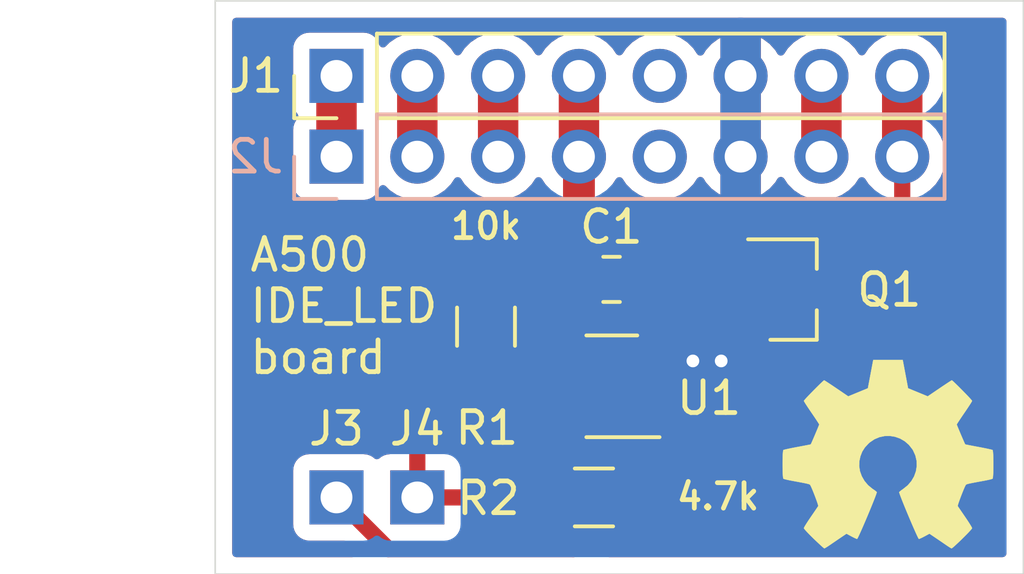
<source format=kicad_pcb>
(kicad_pcb (version 20171130) (host pcbnew "(5.1.6-0)")

  (general
    (thickness 1.6)
    (drawings 7)
    (tracks 45)
    (zones 0)
    (modules 10)
    (nets 14)
  )

  (page A4)
  (layers
    (0 F.Cu signal)
    (31 B.Cu signal)
    (32 B.Adhes user)
    (33 F.Adhes user)
    (34 B.Paste user)
    (35 F.Paste user)
    (36 B.SilkS user)
    (37 F.SilkS user)
    (38 B.Mask user)
    (39 F.Mask user)
    (40 Dwgs.User user)
    (41 Cmts.User user)
    (42 Eco1.User user)
    (43 Eco2.User user)
    (44 Edge.Cuts user)
    (45 Margin user)
    (46 B.CrtYd user)
    (47 F.CrtYd user)
    (48 B.Fab user)
    (49 F.Fab user)
  )

  (setup
    (last_trace_width 0.25)
    (user_trace_width 0.254)
    (user_trace_width 0.381)
    (user_trace_width 0.508)
    (user_trace_width 0.8)
    (user_trace_width 1)
    (user_trace_width 1.27)
    (trace_clearance 0.2)
    (zone_clearance 0.508)
    (zone_45_only no)
    (trace_min 0.2)
    (via_size 0.8)
    (via_drill 0.4)
    (via_min_size 0.4)
    (via_min_drill 0.3)
    (uvia_size 0.3)
    (uvia_drill 0.1)
    (uvias_allowed no)
    (uvia_min_size 0.2)
    (uvia_min_drill 0.1)
    (edge_width 0.05)
    (segment_width 0.2)
    (pcb_text_width 0.3)
    (pcb_text_size 1.5 1.5)
    (mod_edge_width 0.12)
    (mod_text_size 1 1)
    (mod_text_width 0.15)
    (pad_size 1.524 1.524)
    (pad_drill 0.762)
    (pad_to_mask_clearance 0.05)
    (aux_axis_origin 0 0)
    (visible_elements FFFFFF7F)
    (pcbplotparams
      (layerselection 0x010fc_ffffffff)
      (usegerberextensions false)
      (usegerberattributes true)
      (usegerberadvancedattributes true)
      (creategerberjobfile true)
      (excludeedgelayer true)
      (linewidth 0.100000)
      (plotframeref false)
      (viasonmask false)
      (mode 1)
      (useauxorigin false)
      (hpglpennumber 1)
      (hpglpenspeed 20)
      (hpglpendiameter 15.000000)
      (psnegative false)
      (psa4output false)
      (plotreference true)
      (plotvalue true)
      (plotinvisibletext false)
      (padsonsilk false)
      (subtractmaskfromsilk false)
      (outputformat 1)
      (mirror false)
      (drillshape 1)
      (scaleselection 1)
      (outputdirectory ""))
  )

  (net 0 "")
  (net 1 GND)
  (net 2 "Net-(U1-Pad3)")
  (net 3 ACTIVE)
  (net 4 ACTIVE_IN)
  (net 5 VCC)
  (net 6 DRIVE_LED)
  (net 7 PWR_LED)
  (net 8 "Net-(J1-Pad5)")
  (net 9 RESET)
  (net 10 DATA)
  (net 11 CLK)
  (net 12 "Net-(J2-Pad5)")
  (net 13 "Net-(Q1-Pad1)")

  (net_class Default "This is the default net class."
    (clearance 0.2)
    (trace_width 0.25)
    (via_dia 0.8)
    (via_drill 0.4)
    (uvia_dia 0.3)
    (uvia_drill 0.1)
    (add_net ACTIVE)
    (add_net ACTIVE_IN)
    (add_net CLK)
    (add_net DATA)
    (add_net DRIVE_LED)
    (add_net GND)
    (add_net "Net-(J1-Pad5)")
    (add_net "Net-(J2-Pad5)")
    (add_net "Net-(Q1-Pad1)")
    (add_net "Net-(U1-Pad3)")
    (add_net PWR_LED)
    (add_net RESET)
    (add_net VCC)
  )

  (module Symbol:OSHW-Symbol_6.7x6mm_SilkScreen (layer F.Cu) (tedit 0) (tstamp 6229A966)
    (at 140.5128 101.1428)
    (descr "Open Source Hardware Symbol")
    (tags "Logo Symbol OSHW")
    (attr virtual)
    (fp_text reference REF** (at 0 0) (layer F.SilkS) hide
      (effects (font (size 1 1) (thickness 0.15)))
    )
    (fp_text value OSHW-Symbol_6.7x6mm_SilkScreen (at 0.75 0) (layer F.Fab) hide
      (effects (font (size 1 1) (thickness 0.15)))
    )
    (fp_poly (pts (xy 0.555814 -2.531069) (xy 0.639635 -2.086445) (xy 0.94892 -1.958947) (xy 1.258206 -1.831449)
      (xy 1.629246 -2.083754) (xy 1.733157 -2.154004) (xy 1.827087 -2.216728) (xy 1.906652 -2.269062)
      (xy 1.96747 -2.308143) (xy 2.005157 -2.331107) (xy 2.015421 -2.336058) (xy 2.03391 -2.323324)
      (xy 2.07342 -2.288118) (xy 2.129522 -2.234938) (xy 2.197787 -2.168282) (xy 2.273786 -2.092646)
      (xy 2.353092 -2.012528) (xy 2.431275 -1.932426) (xy 2.503907 -1.856836) (xy 2.566559 -1.790255)
      (xy 2.614803 -1.737182) (xy 2.64421 -1.702113) (xy 2.651241 -1.690377) (xy 2.641123 -1.66874)
      (xy 2.612759 -1.621338) (xy 2.569129 -1.552807) (xy 2.513218 -1.467785) (xy 2.448006 -1.370907)
      (xy 2.410219 -1.31565) (xy 2.341343 -1.214752) (xy 2.28014 -1.123701) (xy 2.229578 -1.04703)
      (xy 2.192628 -0.989272) (xy 2.172258 -0.954957) (xy 2.169197 -0.947746) (xy 2.176136 -0.927252)
      (xy 2.195051 -0.879487) (xy 2.223087 -0.811168) (xy 2.257391 -0.729011) (xy 2.295109 -0.63973)
      (xy 2.333387 -0.550042) (xy 2.36937 -0.466662) (xy 2.400206 -0.396306) (xy 2.423039 -0.34569)
      (xy 2.435017 -0.321529) (xy 2.435724 -0.320578) (xy 2.454531 -0.315964) (xy 2.504618 -0.305672)
      (xy 2.580793 -0.290713) (xy 2.677865 -0.272099) (xy 2.790643 -0.250841) (xy 2.856442 -0.238582)
      (xy 2.97695 -0.215638) (xy 3.085797 -0.193805) (xy 3.177476 -0.174278) (xy 3.246481 -0.158252)
      (xy 3.287304 -0.146921) (xy 3.295511 -0.143326) (xy 3.303548 -0.118994) (xy 3.310033 -0.064041)
      (xy 3.31497 0.015108) (xy 3.318364 0.112026) (xy 3.320218 0.220287) (xy 3.320538 0.333465)
      (xy 3.319327 0.445135) (xy 3.31659 0.548868) (xy 3.312331 0.638241) (xy 3.306555 0.706826)
      (xy 3.299267 0.748197) (xy 3.294895 0.75681) (xy 3.268764 0.767133) (xy 3.213393 0.781892)
      (xy 3.136107 0.799352) (xy 3.04423 0.81778) (xy 3.012158 0.823741) (xy 2.857524 0.852066)
      (xy 2.735375 0.874876) (xy 2.641673 0.89308) (xy 2.572384 0.907583) (xy 2.523471 0.919292)
      (xy 2.490897 0.929115) (xy 2.470628 0.937956) (xy 2.458626 0.946724) (xy 2.456947 0.948457)
      (xy 2.440184 0.976371) (xy 2.414614 1.030695) (xy 2.382788 1.104777) (xy 2.34726 1.191965)
      (xy 2.310583 1.285608) (xy 2.275311 1.379052) (xy 2.243996 1.465647) (xy 2.219193 1.53874)
      (xy 2.203454 1.591678) (xy 2.199332 1.617811) (xy 2.199676 1.618726) (xy 2.213641 1.640086)
      (xy 2.245322 1.687084) (xy 2.291391 1.754827) (xy 2.348518 1.838423) (xy 2.413373 1.932982)
      (xy 2.431843 1.959854) (xy 2.497699 2.057275) (xy 2.55565 2.146163) (xy 2.602538 2.221412)
      (xy 2.635207 2.27792) (xy 2.6505 2.310581) (xy 2.651241 2.314593) (xy 2.638392 2.335684)
      (xy 2.602888 2.377464) (xy 2.549293 2.435445) (xy 2.482171 2.505135) (xy 2.406087 2.582045)
      (xy 2.325604 2.661683) (xy 2.245287 2.739561) (xy 2.169699 2.811186) (xy 2.103405 2.87207)
      (xy 2.050969 2.917721) (xy 2.016955 2.94365) (xy 2.007545 2.947883) (xy 1.985643 2.937912)
      (xy 1.9408 2.91102) (xy 1.880321 2.871736) (xy 1.833789 2.840117) (xy 1.749475 2.782098)
      (xy 1.649626 2.713784) (xy 1.549473 2.645579) (xy 1.495627 2.609075) (xy 1.313371 2.4858)
      (xy 1.160381 2.56852) (xy 1.090682 2.604759) (xy 1.031414 2.632926) (xy 0.991311 2.648991)
      (xy 0.981103 2.651226) (xy 0.968829 2.634722) (xy 0.944613 2.588082) (xy 0.910263 2.515609)
      (xy 0.867588 2.421606) (xy 0.818394 2.310374) (xy 0.76449 2.186215) (xy 0.707684 2.053432)
      (xy 0.649782 1.916327) (xy 0.592593 1.779202) (xy 0.537924 1.646358) (xy 0.487584 1.522098)
      (xy 0.44338 1.410725) (xy 0.407119 1.316539) (xy 0.380609 1.243844) (xy 0.365658 1.196941)
      (xy 0.363254 1.180833) (xy 0.382311 1.160286) (xy 0.424036 1.126933) (xy 0.479706 1.087702)
      (xy 0.484378 1.084599) (xy 0.628264 0.969423) (xy 0.744283 0.835053) (xy 0.83143 0.685784)
      (xy 0.888699 0.525913) (xy 0.915086 0.359737) (xy 0.909585 0.191552) (xy 0.87119 0.025655)
      (xy 0.798895 -0.133658) (xy 0.777626 -0.168513) (xy 0.666996 -0.309263) (xy 0.536302 -0.422286)
      (xy 0.390064 -0.506997) (xy 0.232808 -0.562806) (xy 0.069057 -0.589126) (xy -0.096667 -0.58537)
      (xy -0.259838 -0.55095) (xy -0.415935 -0.485277) (xy -0.560433 -0.387765) (xy -0.605131 -0.348187)
      (xy -0.718888 -0.224297) (xy -0.801782 -0.093876) (xy -0.858644 0.052315) (xy -0.890313 0.197088)
      (xy -0.898131 0.35986) (xy -0.872062 0.52344) (xy -0.814755 0.682298) (xy -0.728856 0.830906)
      (xy -0.617014 0.963735) (xy -0.481877 1.075256) (xy -0.464117 1.087011) (xy -0.40785 1.125508)
      (xy -0.365077 1.158863) (xy -0.344628 1.18016) (xy -0.344331 1.180833) (xy -0.348721 1.203871)
      (xy -0.366124 1.256157) (xy -0.394732 1.33339) (xy -0.432735 1.431268) (xy -0.478326 1.545491)
      (xy -0.529697 1.671758) (xy -0.585038 1.805767) (xy -0.642542 1.943218) (xy -0.700399 2.079808)
      (xy -0.756802 2.211237) (xy -0.809942 2.333205) (xy -0.85801 2.441409) (xy -0.899199 2.531549)
      (xy -0.931699 2.599323) (xy -0.953703 2.64043) (xy -0.962564 2.651226) (xy -0.98964 2.642819)
      (xy -1.040303 2.620272) (xy -1.105817 2.587613) (xy -1.141841 2.56852) (xy -1.294832 2.4858)
      (xy -1.477088 2.609075) (xy -1.570125 2.672228) (xy -1.671985 2.741727) (xy -1.767438 2.807165)
      (xy -1.81525 2.840117) (xy -1.882495 2.885273) (xy -1.939436 2.921057) (xy -1.978646 2.942938)
      (xy -1.991381 2.947563) (xy -2.009917 2.935085) (xy -2.050941 2.900252) (xy -2.110475 2.846678)
      (xy -2.184542 2.777983) (xy -2.269165 2.697781) (xy -2.322685 2.646286) (xy -2.416319 2.554286)
      (xy -2.497241 2.471999) (xy -2.562177 2.402945) (xy -2.607858 2.350644) (xy -2.631011 2.318616)
      (xy -2.633232 2.312116) (xy -2.622924 2.287394) (xy -2.594439 2.237405) (xy -2.550937 2.167212)
      (xy -2.495577 2.081875) (xy -2.43152 1.986456) (xy -2.413303 1.959854) (xy -2.346927 1.863167)
      (xy -2.287378 1.776117) (xy -2.237984 1.703595) (xy -2.202075 1.650493) (xy -2.182981 1.621703)
      (xy -2.181136 1.618726) (xy -2.183895 1.595782) (xy -2.198538 1.545336) (xy -2.222513 1.474041)
      (xy -2.253266 1.388547) (xy -2.288244 1.295507) (xy -2.324893 1.201574) (xy -2.360661 1.113399)
      (xy -2.392994 1.037634) (xy -2.419338 0.980931) (xy -2.437142 0.949943) (xy -2.438407 0.948457)
      (xy -2.449294 0.939601) (xy -2.467682 0.930843) (xy -2.497606 0.921277) (xy -2.543103 0.909996)
      (xy -2.608209 0.896093) (xy -2.696961 0.878663) (xy -2.813393 0.856798) (xy -2.961542 0.829591)
      (xy -2.993618 0.823741) (xy -3.088686 0.805374) (xy -3.171565 0.787405) (xy -3.23493 0.771569)
      (xy -3.271458 0.7596) (xy -3.276356 0.75681) (xy -3.284427 0.732072) (xy -3.290987 0.67679)
      (xy -3.296033 0.597389) (xy -3.299559 0.500296) (xy -3.301561 0.391938) (xy -3.302036 0.27874)
      (xy -3.300977 0.167128) (xy -3.298382 0.063529) (xy -3.294246 -0.025632) (xy -3.288563 -0.093928)
      (xy -3.281331 -0.134934) (xy -3.276971 -0.143326) (xy -3.252698 -0.151792) (xy -3.197426 -0.165565)
      (xy -3.116662 -0.18345) (xy -3.015912 -0.204252) (xy -2.900683 -0.226777) (xy -2.837902 -0.238582)
      (xy -2.718787 -0.260849) (xy -2.612565 -0.281021) (xy -2.524427 -0.298085) (xy -2.459566 -0.311031)
      (xy -2.423174 -0.318845) (xy -2.417184 -0.320578) (xy -2.407061 -0.34011) (xy -2.385662 -0.387157)
      (xy -2.355839 -0.454997) (xy -2.320445 -0.536909) (xy -2.282332 -0.626172) (xy -2.244353 -0.716065)
      (xy -2.20936 -0.799865) (xy -2.180206 -0.870853) (xy -2.159743 -0.922306) (xy -2.150823 -0.947503)
      (xy -2.150657 -0.948604) (xy -2.160769 -0.968481) (xy -2.189117 -1.014223) (xy -2.232723 -1.081283)
      (xy -2.288606 -1.165116) (xy -2.353787 -1.261174) (xy -2.391679 -1.31635) (xy -2.460725 -1.417519)
      (xy -2.52205 -1.50937) (xy -2.572663 -1.587256) (xy -2.609571 -1.646531) (xy -2.629782 -1.682549)
      (xy -2.632701 -1.690623) (xy -2.620153 -1.709416) (xy -2.585463 -1.749543) (xy -2.533063 -1.806507)
      (xy -2.467384 -1.875815) (xy -2.392856 -1.952969) (xy -2.313913 -2.033475) (xy -2.234983 -2.112837)
      (xy -2.1605 -2.18656) (xy -2.094894 -2.250148) (xy -2.042596 -2.299106) (xy -2.008039 -2.328939)
      (xy -1.996478 -2.336058) (xy -1.977654 -2.326047) (xy -1.932631 -2.297922) (xy -1.865787 -2.254546)
      (xy -1.781499 -2.198782) (xy -1.684144 -2.133494) (xy -1.610707 -2.083754) (xy -1.239667 -1.831449)
      (xy -0.621095 -2.086445) (xy -0.537275 -2.531069) (xy -0.453454 -2.975693) (xy 0.471994 -2.975693)
      (xy 0.555814 -2.531069)) (layer F.SilkS) (width 0.01))
  )

  (module Connector_PinHeader_2.54mm:PinHeader_1x01_P2.54mm_Horizontal (layer F.Cu) (tedit 62291265) (tstamp 622971CF)
    (at 123.19 102.489 180)
    (descr "Through hole angled pin header, 1x01, 2.54mm pitch, 6mm pin length, single row")
    (tags "Through hole angled pin header THT 1x01 2.54mm single row")
    (path /622AA0D9)
    (fp_text reference J3 (at 0 2.159) (layer F.SilkS)
      (effects (font (size 1 1) (thickness 0.15)))
    )
    (fp_text value Conn_01x01 (at 4.385 2.27) (layer F.Fab) hide
      (effects (font (size 1 1) (thickness 0.15)))
    )
    (fp_line (start 2.135 -1.27) (end 4.04 -1.27) (layer F.Fab) (width 0.1))
    (fp_line (start 4.04 -1.27) (end 4.04 1.27) (layer F.Fab) (width 0.1))
    (fp_line (start 4.04 1.27) (end 1.5 1.27) (layer F.Fab) (width 0.1))
    (fp_line (start 1.5 1.27) (end 1.5 -0.635) (layer F.Fab) (width 0.1))
    (fp_line (start 1.5 -0.635) (end 2.135 -1.27) (layer F.Fab) (width 0.1))
    (fp_line (start -0.32 -0.32) (end 1.5 -0.32) (layer F.Fab) (width 0.1))
    (fp_line (start -0.32 -0.32) (end -0.32 0.32) (layer F.Fab) (width 0.1))
    (fp_line (start -0.32 0.32) (end 1.5 0.32) (layer F.Fab) (width 0.1))
    (fp_line (start 4.04 -0.32) (end 10.04 -0.32) (layer F.Fab) (width 0.1))
    (fp_line (start 10.04 -0.32) (end 10.04 0.32) (layer F.Fab) (width 0.1))
    (fp_line (start 4.04 0.32) (end 10.04 0.32) (layer F.Fab) (width 0.1))
    (fp_line (start -1.8 -1.8) (end -1.8 1.8) (layer F.CrtYd) (width 0.05))
    (fp_line (start -1.8 1.8) (end 10.55 1.8) (layer F.CrtYd) (width 0.05))
    (fp_line (start 10.55 1.8) (end 10.55 -1.8) (layer F.CrtYd) (width 0.05))
    (fp_line (start 10.55 -1.8) (end -1.8 -1.8) (layer F.CrtYd) (width 0.05))
    (fp_text user %R (at 2.77 0 90) (layer F.Fab) hide
      (effects (font (size 1 1) (thickness 0.15)))
    )
    (pad 1 thru_hole rect (at 0 0 180) (size 1.7 1.7) (drill 1) (layers *.Cu *.Mask)
      (net 4 ACTIVE_IN))
    (model ${KISYS3DMOD}/Connector_PinHeader_2.54mm.3dshapes/PinHeader_1x01_P2.54mm_Horizontal.wrl
      (at (xyz 0 0 0))
      (scale (xyz 1 1 1))
      (rotate (xyz 0 0 0))
    )
  )

  (module Connector_PinHeader_2.54mm:PinHeader_1x01_P2.54mm_Vertical (layer F.Cu) (tedit 6229124D) (tstamp 62298266)
    (at 125.73 102.489)
    (descr "Through hole straight pin header, 1x01, 2.54mm pitch, single row")
    (tags "Through hole pin header THT 1x01 2.54mm single row")
    (path /622D50B2)
    (fp_text reference J4 (at 0 -2.159) (layer F.SilkS)
      (effects (font (size 1 1) (thickness 0.15)))
    )
    (fp_text value Conn_01x01 (at 0 2.33) (layer F.Fab) hide
      (effects (font (size 1 1) (thickness 0.15)))
    )
    (fp_line (start 1.8 -1.8) (end -1.8 -1.8) (layer F.CrtYd) (width 0.05))
    (fp_line (start 1.8 1.8) (end 1.8 -1.8) (layer F.CrtYd) (width 0.05))
    (fp_line (start -1.8 1.8) (end 1.8 1.8) (layer F.CrtYd) (width 0.05))
    (fp_line (start -1.8 -1.8) (end -1.8 1.8) (layer F.CrtYd) (width 0.05))
    (fp_line (start -1.27 -0.635) (end -0.635 -1.27) (layer F.Fab) (width 0.1))
    (fp_line (start -1.27 1.27) (end -1.27 -0.635) (layer F.Fab) (width 0.1))
    (fp_line (start 1.27 1.27) (end -1.27 1.27) (layer F.Fab) (width 0.1))
    (fp_line (start 1.27 -1.27) (end 1.27 1.27) (layer F.Fab) (width 0.1))
    (fp_line (start -0.635 -1.27) (end 1.27 -1.27) (layer F.Fab) (width 0.1))
    (fp_text user %R (at 0 0 90) (layer F.Fab) hide
      (effects (font (size 1 1) (thickness 0.15)))
    )
    (pad 1 thru_hole rect (at 0 0) (size 1.7 1.7) (drill 1) (layers *.Cu *.Mask)
      (net 3 ACTIVE))
  )

  (module Resistor_SMD:R_1206_3216Metric_Pad1.42x1.75mm_HandSolder (layer F.Cu) (tedit 5B301BBD) (tstamp 6229715A)
    (at 131.2815 102.489 180)
    (descr "Resistor SMD 1206 (3216 Metric), square (rectangular) end terminal, IPC_7351 nominal with elongated pad for handsoldering. (Body size source: http://www.tortai-tech.com/upload/download/2011102023233369053.pdf), generated with kicad-footprint-generator")
    (tags "resistor handsolder")
    (path /622C30D8)
    (attr smd)
    (fp_text reference R2 (at 3.3163 -0.0254) (layer F.SilkS)
      (effects (font (size 1 1) (thickness 0.15)))
    )
    (fp_text value 4.7k (at 0 1.82) (layer F.Fab) hide
      (effects (font (size 1 1) (thickness 0.15)))
    )
    (fp_line (start 2.45 1.12) (end -2.45 1.12) (layer F.CrtYd) (width 0.05))
    (fp_line (start 2.45 -1.12) (end 2.45 1.12) (layer F.CrtYd) (width 0.05))
    (fp_line (start -2.45 -1.12) (end 2.45 -1.12) (layer F.CrtYd) (width 0.05))
    (fp_line (start -2.45 1.12) (end -2.45 -1.12) (layer F.CrtYd) (width 0.05))
    (fp_line (start -0.602064 0.91) (end 0.602064 0.91) (layer F.SilkS) (width 0.12))
    (fp_line (start -0.602064 -0.91) (end 0.602064 -0.91) (layer F.SilkS) (width 0.12))
    (fp_line (start 1.6 0.8) (end -1.6 0.8) (layer F.Fab) (width 0.1))
    (fp_line (start 1.6 -0.8) (end 1.6 0.8) (layer F.Fab) (width 0.1))
    (fp_line (start -1.6 -0.8) (end 1.6 -0.8) (layer F.Fab) (width 0.1))
    (fp_line (start -1.6 0.8) (end -1.6 -0.8) (layer F.Fab) (width 0.1))
    (fp_text user %R (at 0 0) (layer F.Fab) hide
      (effects (font (size 0.8 0.8) (thickness 0.12)))
    )
    (pad 2 smd roundrect (at 1.4875 0 180) (size 1.425 1.75) (layers F.Cu F.Paste F.Mask) (roundrect_rratio 0.175439)
      (net 3 ACTIVE))
    (pad 1 smd roundrect (at -1.4875 0 180) (size 1.425 1.75) (layers F.Cu F.Paste F.Mask) (roundrect_rratio 0.175439)
      (net 13 "Net-(Q1-Pad1)"))
    (model ${KISYS3DMOD}/Resistor_SMD.3dshapes/R_1206_3216Metric.wrl
      (at (xyz 0 0 0))
      (scale (xyz 1 1 1))
      (rotate (xyz 0 0 0))
    )
  )

  (module Resistor_SMD:R_1206_3216Metric_Pad1.42x1.75mm_HandSolder (layer F.Cu) (tedit 5B301BBD) (tstamp 6229AB64)
    (at 127.889 97.1185 270)
    (descr "Resistor SMD 1206 (3216 Metric), square (rectangular) end terminal, IPC_7351 nominal with elongated pad for handsoldering. (Body size source: http://www.tortai-tech.com/upload/download/2011102023233369053.pdf), generated with kicad-footprint-generator")
    (tags "resistor handsolder")
    (path /622C1E8C)
    (attr smd)
    (fp_text reference R1 (at 3.1861 -0.0254 180) (layer F.SilkS)
      (effects (font (size 1 1) (thickness 0.15)))
    )
    (fp_text value 10k (at 0 1.82 90) (layer F.Fab) hide
      (effects (font (size 1 1) (thickness 0.15)))
    )
    (fp_line (start 2.45 1.12) (end -2.45 1.12) (layer F.CrtYd) (width 0.05))
    (fp_line (start 2.45 -1.12) (end 2.45 1.12) (layer F.CrtYd) (width 0.05))
    (fp_line (start -2.45 -1.12) (end 2.45 -1.12) (layer F.CrtYd) (width 0.05))
    (fp_line (start -2.45 1.12) (end -2.45 -1.12) (layer F.CrtYd) (width 0.05))
    (fp_line (start -0.602064 0.91) (end 0.602064 0.91) (layer F.SilkS) (width 0.12))
    (fp_line (start -0.602064 -0.91) (end 0.602064 -0.91) (layer F.SilkS) (width 0.12))
    (fp_line (start 1.6 0.8) (end -1.6 0.8) (layer F.Fab) (width 0.1))
    (fp_line (start 1.6 -0.8) (end 1.6 0.8) (layer F.Fab) (width 0.1))
    (fp_line (start -1.6 -0.8) (end 1.6 -0.8) (layer F.Fab) (width 0.1))
    (fp_line (start -1.6 0.8) (end -1.6 -0.8) (layer F.Fab) (width 0.1))
    (fp_text user %R (at 0 0 90) (layer F.Fab) hide
      (effects (font (size 0.8 0.8) (thickness 0.12)))
    )
    (pad 2 smd roundrect (at 1.4875 0 270) (size 1.425 1.75) (layers F.Cu F.Paste F.Mask) (roundrect_rratio 0.175439)
      (net 3 ACTIVE))
    (pad 1 smd roundrect (at -1.4875 0 270) (size 1.425 1.75) (layers F.Cu F.Paste F.Mask) (roundrect_rratio 0.175439)
      (net 5 VCC))
    (model ${KISYS3DMOD}/Resistor_SMD.3dshapes/R_1206_3216Metric.wrl
      (at (xyz 0 0 0))
      (scale (xyz 1 1 1))
      (rotate (xyz 0 0 0))
    )
  )

  (module Package_TO_SOT_SMD:SOT-23 (layer F.Cu) (tedit 5A02FF57) (tstamp 6229727E)
    (at 137.525 95.951)
    (descr "SOT-23, Standard")
    (tags SOT-23)
    (path /622B2813)
    (attr smd)
    (fp_text reference Q1 (at 3.0386 0.0102) (layer F.SilkS)
      (effects (font (size 1 1) (thickness 0.15)))
    )
    (fp_text value BC857C (at 0 2.5) (layer F.Fab) hide
      (effects (font (size 1 1) (thickness 0.15)))
    )
    (fp_line (start 0.76 1.58) (end -0.7 1.58) (layer F.SilkS) (width 0.12))
    (fp_line (start 0.76 -1.58) (end -1.4 -1.58) (layer F.SilkS) (width 0.12))
    (fp_line (start -1.7 1.75) (end -1.7 -1.75) (layer F.CrtYd) (width 0.05))
    (fp_line (start 1.7 1.75) (end -1.7 1.75) (layer F.CrtYd) (width 0.05))
    (fp_line (start 1.7 -1.75) (end 1.7 1.75) (layer F.CrtYd) (width 0.05))
    (fp_line (start -1.7 -1.75) (end 1.7 -1.75) (layer F.CrtYd) (width 0.05))
    (fp_line (start 0.76 -1.58) (end 0.76 -0.65) (layer F.SilkS) (width 0.12))
    (fp_line (start 0.76 1.58) (end 0.76 0.65) (layer F.SilkS) (width 0.12))
    (fp_line (start -0.7 1.52) (end 0.7 1.52) (layer F.Fab) (width 0.1))
    (fp_line (start 0.7 -1.52) (end 0.7 1.52) (layer F.Fab) (width 0.1))
    (fp_line (start -0.7 -0.95) (end -0.15 -1.52) (layer F.Fab) (width 0.1))
    (fp_line (start -0.15 -1.52) (end 0.7 -1.52) (layer F.Fab) (width 0.1))
    (fp_line (start -0.7 -0.95) (end -0.7 1.5) (layer F.Fab) (width 0.1))
    (fp_text user %R (at 0 0 90) (layer F.Fab) hide
      (effects (font (size 0.5 0.5) (thickness 0.075)))
    )
    (pad 3 smd rect (at 1 0) (size 0.9 0.8) (layers F.Cu F.Paste F.Mask)
      (net 6 DRIVE_LED))
    (pad 2 smd rect (at -1 0.95) (size 0.9 0.8) (layers F.Cu F.Paste F.Mask)
      (net 5 VCC))
    (pad 1 smd rect (at -1 -0.95) (size 0.9 0.8) (layers F.Cu F.Paste F.Mask)
      (net 13 "Net-(Q1-Pad1)"))
    (model ${KISYS3DMOD}/Package_TO_SOT_SMD.3dshapes/SOT-23.wrl
      (at (xyz 0 0 0))
      (scale (xyz 1 1 1))
      (rotate (xyz 0 0 0))
    )
  )

  (module Connector_PinSocket_2.54mm:PinSocket_1x08_P2.54mm_Vertical (layer B.Cu) (tedit 5A19A420) (tstamp 6228E184)
    (at 123.19 91.7702 270)
    (descr "Through hole straight socket strip, 1x08, 2.54mm pitch, single row (from Kicad 4.0.7), script generated")
    (tags "Through hole socket strip THT 1x08 2.54mm single row")
    (path /6229CA28)
    (fp_text reference J2 (at 0 2.54 180) (layer B.SilkS)
      (effects (font (size 1 1) (thickness 0.15)) (justify mirror))
    )
    (fp_text value Conn_01x08 (at 0 -20.55 90) (layer B.Fab) hide
      (effects (font (size 1 1) (thickness 0.15)) (justify mirror))
    )
    (fp_line (start -1.27 1.27) (end 0.635 1.27) (layer B.Fab) (width 0.1))
    (fp_line (start 0.635 1.27) (end 1.27 0.635) (layer B.Fab) (width 0.1))
    (fp_line (start 1.27 0.635) (end 1.27 -19.05) (layer B.Fab) (width 0.1))
    (fp_line (start 1.27 -19.05) (end -1.27 -19.05) (layer B.Fab) (width 0.1))
    (fp_line (start -1.27 -19.05) (end -1.27 1.27) (layer B.Fab) (width 0.1))
    (fp_line (start -1.33 -1.27) (end 1.33 -1.27) (layer B.SilkS) (width 0.12))
    (fp_line (start -1.33 -1.27) (end -1.33 -19.11) (layer B.SilkS) (width 0.12))
    (fp_line (start -1.33 -19.11) (end 1.33 -19.11) (layer B.SilkS) (width 0.12))
    (fp_line (start 1.33 -1.27) (end 1.33 -19.11) (layer B.SilkS) (width 0.12))
    (fp_line (start 1.33 1.33) (end 1.33 0) (layer B.SilkS) (width 0.12))
    (fp_line (start 0 1.33) (end 1.33 1.33) (layer B.SilkS) (width 0.12))
    (fp_line (start -1.8 1.8) (end 1.75 1.8) (layer B.CrtYd) (width 0.05))
    (fp_line (start 1.75 1.8) (end 1.75 -19.55) (layer B.CrtYd) (width 0.05))
    (fp_line (start 1.75 -19.55) (end -1.8 -19.55) (layer B.CrtYd) (width 0.05))
    (fp_line (start -1.8 -19.55) (end -1.8 1.8) (layer B.CrtYd) (width 0.05))
    (fp_text user %R (at 0 -8.89 180) (layer B.Fab) hide
      (effects (font (size 1 1) (thickness 0.15)) (justify mirror))
    )
    (pad 8 thru_hole oval (at 0 -17.78 270) (size 1.7 1.7) (drill 1) (layers *.Cu *.Mask)
      (net 6 DRIVE_LED))
    (pad 7 thru_hole oval (at 0 -15.24 270) (size 1.7 1.7) (drill 1) (layers *.Cu *.Mask)
      (net 7 PWR_LED))
    (pad 6 thru_hole oval (at 0 -12.7 270) (size 1.7 1.7) (drill 1) (layers *.Cu *.Mask)
      (net 1 GND))
    (pad 5 thru_hole oval (at 0 -10.16 270) (size 1.7 1.7) (drill 1) (layers *.Cu *.Mask)
      (net 12 "Net-(J2-Pad5)"))
    (pad 4 thru_hole oval (at 0 -7.62 270) (size 1.7 1.7) (drill 1) (layers *.Cu *.Mask)
      (net 5 VCC))
    (pad 3 thru_hole oval (at 0 -5.08 270) (size 1.7 1.7) (drill 1) (layers *.Cu *.Mask)
      (net 9 RESET))
    (pad 2 thru_hole oval (at 0 -2.54 270) (size 1.7 1.7) (drill 1) (layers *.Cu *.Mask)
      (net 10 DATA))
    (pad 1 thru_hole rect (at 0 0 270) (size 1.7 1.7) (drill 1) (layers *.Cu *.Mask)
      (net 11 CLK))
    (model ${KISYS3DMOD}/Connector_PinSocket_2.54mm.3dshapes/PinSocket_1x08_P2.54mm_Vertical.wrl
      (at (xyz 0 0 0))
      (scale (xyz 1 1 1))
      (rotate (xyz 0 0 0))
    )
  )

  (module Connector_PinHeader_2.54mm:PinHeader_1x08_P2.54mm_Vertical (layer F.Cu) (tedit 59FED5CC) (tstamp 62294EE1)
    (at 123.19 89.2302 90)
    (descr "Through hole straight pin header, 1x08, 2.54mm pitch, single row")
    (tags "Through hole pin header THT 1x08 2.54mm single row")
    (path /6229EE0B)
    (fp_text reference J1 (at 0 -2.54 180) (layer F.SilkS)
      (effects (font (size 1 1) (thickness 0.15)))
    )
    (fp_text value Conn_01x08 (at 0 20.11 90) (layer F.Fab) hide
      (effects (font (size 1 1) (thickness 0.15)))
    )
    (fp_line (start -0.635 -1.27) (end 1.27 -1.27) (layer F.Fab) (width 0.1))
    (fp_line (start 1.27 -1.27) (end 1.27 19.05) (layer F.Fab) (width 0.1))
    (fp_line (start 1.27 19.05) (end -1.27 19.05) (layer F.Fab) (width 0.1))
    (fp_line (start -1.27 19.05) (end -1.27 -0.635) (layer F.Fab) (width 0.1))
    (fp_line (start -1.27 -0.635) (end -0.635 -1.27) (layer F.Fab) (width 0.1))
    (fp_line (start -1.33 19.11) (end 1.33 19.11) (layer F.SilkS) (width 0.12))
    (fp_line (start -1.33 1.27) (end -1.33 19.11) (layer F.SilkS) (width 0.12))
    (fp_line (start 1.33 1.27) (end 1.33 19.11) (layer F.SilkS) (width 0.12))
    (fp_line (start -1.33 1.27) (end 1.33 1.27) (layer F.SilkS) (width 0.12))
    (fp_line (start -1.33 0) (end -1.33 -1.33) (layer F.SilkS) (width 0.12))
    (fp_line (start -1.33 -1.33) (end 0 -1.33) (layer F.SilkS) (width 0.12))
    (fp_line (start -1.8 -1.8) (end -1.8 19.55) (layer F.CrtYd) (width 0.05))
    (fp_line (start -1.8 19.55) (end 1.8 19.55) (layer F.CrtYd) (width 0.05))
    (fp_line (start 1.8 19.55) (end 1.8 -1.8) (layer F.CrtYd) (width 0.05))
    (fp_line (start 1.8 -1.8) (end -1.8 -1.8) (layer F.CrtYd) (width 0.05))
    (fp_text user %R (at 0 8.89) (layer F.Fab) hide
      (effects (font (size 1 1) (thickness 0.15)))
    )
    (pad 8 thru_hole oval (at 0 17.78 90) (size 1.7 1.7) (drill 1) (layers *.Cu *.Mask)
      (net 6 DRIVE_LED))
    (pad 7 thru_hole oval (at 0 15.24 90) (size 1.7 1.7) (drill 1) (layers *.Cu *.Mask)
      (net 7 PWR_LED))
    (pad 6 thru_hole oval (at 0 12.7 90) (size 1.7 1.7) (drill 1) (layers *.Cu *.Mask)
      (net 1 GND))
    (pad 5 thru_hole oval (at 0 10.16 90) (size 1.7 1.7) (drill 1) (layers *.Cu *.Mask)
      (net 8 "Net-(J1-Pad5)"))
    (pad 4 thru_hole oval (at 0 7.62 90) (size 1.7 1.7) (drill 1) (layers *.Cu *.Mask)
      (net 5 VCC))
    (pad 3 thru_hole oval (at 0 5.08 90) (size 1.7 1.7) (drill 1) (layers *.Cu *.Mask)
      (net 9 RESET))
    (pad 2 thru_hole oval (at 0 2.54 90) (size 1.7 1.7) (drill 1) (layers *.Cu *.Mask)
      (net 10 DATA))
    (pad 1 thru_hole rect (at 0 0 90) (size 1.7 1.7) (drill 1) (layers *.Cu *.Mask)
      (net 11 CLK))
    (model ${KISYS3DMOD}/Connector_PinHeader_2.54mm.3dshapes/PinHeader_1x08_P2.54mm_Vertical.wrl
      (at (xyz 0 0 0))
      (scale (xyz 1 1 1))
      (rotate (xyz 0 0 0))
    )
  )

  (module Package_SO:TSOP-6_1.65x3.05mm_P0.95mm (layer F.Cu) (tedit 5A02F25C) (tstamp 6229718F)
    (at 131.843 98.994 180)
    (descr "TSOP-6 package (comparable to TSOT-23), https://www.vishay.com/docs/71200/71200.pdf")
    (tags "Jedec MO-193C TSOP-6L")
    (path /6228DF9A)
    (attr smd)
    (fp_text reference U1 (at -3.0564 -0.3708) (layer F.SilkS)
      (effects (font (size 1 1) (thickness 0.15)))
    )
    (fp_text value 74HCT2G14 (at 0 2.5) (layer F.Fab) hide
      (effects (font (size 1 1) (thickness 0.15)))
    )
    (fp_line (start -0.8 1.6) (end 0.8 1.6) (layer F.SilkS) (width 0.12))
    (fp_line (start 0.8 -1.6) (end -1.5 -1.6) (layer F.SilkS) (width 0.12))
    (fp_line (start -0.825 -1.1) (end -0.425 -1.525) (layer F.Fab) (width 0.1))
    (fp_line (start 0.825 -1.525) (end -0.425 -1.525) (layer F.Fab) (width 0.1))
    (fp_line (start -0.825 -1.1) (end -0.825 1.525) (layer F.Fab) (width 0.1))
    (fp_line (start 0.825 1.525) (end -0.825 1.525) (layer F.Fab) (width 0.1))
    (fp_line (start 0.825 -1.525) (end 0.825 1.525) (layer F.Fab) (width 0.1))
    (fp_line (start -1.76 -1.78) (end 1.76 -1.78) (layer F.CrtYd) (width 0.05))
    (fp_line (start -1.76 -1.78) (end -1.76 1.77) (layer F.CrtYd) (width 0.05))
    (fp_line (start 1.76 1.77) (end 1.76 -1.78) (layer F.CrtYd) (width 0.05))
    (fp_line (start 1.76 1.77) (end -1.76 1.77) (layer F.CrtYd) (width 0.05))
    (fp_text user %R (at 0 0 90) (layer F.Fab) hide
      (effects (font (size 0.5 0.5) (thickness 0.075)))
    )
    (pad 6 smd rect (at 1.16 -0.95 180) (size 0.7 0.51) (layers F.Cu F.Paste F.Mask)
      (net 2 "Net-(U1-Pad3)"))
    (pad 5 smd rect (at 1.16 0 180) (size 0.7 0.51) (layers F.Cu F.Paste F.Mask)
      (net 5 VCC))
    (pad 4 smd rect (at 1.16 0.95 180) (size 0.7 0.51) (layers F.Cu F.Paste F.Mask)
      (net 3 ACTIVE))
    (pad 3 smd rect (at -1.16 0.95 180) (size 0.7 0.51) (layers F.Cu F.Paste F.Mask)
      (net 2 "Net-(U1-Pad3)"))
    (pad 2 smd rect (at -1.16 0 180) (size 0.7 0.51) (layers F.Cu F.Paste F.Mask)
      (net 1 GND))
    (pad 1 smd rect (at -1.16 -0.95 180) (size 0.7 0.51) (layers F.Cu F.Paste F.Mask)
      (net 4 ACTIVE_IN))
    (model ${KISYS3DMOD}/Package_SO.3dshapes/TSOP-6_1.65x3.05mm_P0.95mm.wrl
      (at (xyz 0 0 0))
      (scale (xyz 1 1 1))
      (rotate (xyz 0 0 0))
    )
  )

  (module Capacitor_SMD:C_0805_2012Metric_Pad1.15x1.40mm_HandSolder (layer F.Cu) (tedit 5B36C52B) (tstamp 622972B6)
    (at 131.835 95.631 180)
    (descr "Capacitor SMD 0805 (2012 Metric), square (rectangular) end terminal, IPC_7351 nominal with elongated pad for handsoldering. (Body size source: https://docs.google.com/spreadsheets/d/1BsfQQcO9C6DZCsRaXUlFlo91Tg2WpOkGARC1WS5S8t0/edit?usp=sharing), generated with kicad-footprint-generator")
    (tags "capacitor handsolder")
    (path /62296F98)
    (attr smd)
    (fp_text reference C1 (at 0.009 1.651) (layer F.SilkS)
      (effects (font (size 1 1) (thickness 0.15)))
    )
    (fp_text value 0.1uF (at 0 1.65) (layer F.Fab) hide
      (effects (font (size 1 1) (thickness 0.15)))
    )
    (fp_line (start -1 0.6) (end -1 -0.6) (layer F.Fab) (width 0.1))
    (fp_line (start -1 -0.6) (end 1 -0.6) (layer F.Fab) (width 0.1))
    (fp_line (start 1 -0.6) (end 1 0.6) (layer F.Fab) (width 0.1))
    (fp_line (start 1 0.6) (end -1 0.6) (layer F.Fab) (width 0.1))
    (fp_line (start -0.261252 -0.71) (end 0.261252 -0.71) (layer F.SilkS) (width 0.12))
    (fp_line (start -0.261252 0.71) (end 0.261252 0.71) (layer F.SilkS) (width 0.12))
    (fp_line (start -1.85 0.95) (end -1.85 -0.95) (layer F.CrtYd) (width 0.05))
    (fp_line (start -1.85 -0.95) (end 1.85 -0.95) (layer F.CrtYd) (width 0.05))
    (fp_line (start 1.85 -0.95) (end 1.85 0.95) (layer F.CrtYd) (width 0.05))
    (fp_line (start 1.85 0.95) (end -1.85 0.95) (layer F.CrtYd) (width 0.05))
    (fp_text user %R (at 0 0) (layer F.Fab) hide
      (effects (font (size 0.5 0.5) (thickness 0.08)))
    )
    (pad 2 smd roundrect (at 1.025 0 180) (size 1.15 1.4) (layers F.Cu F.Paste F.Mask) (roundrect_rratio 0.217391)
      (net 5 VCC))
    (pad 1 smd roundrect (at -1.025 0 180) (size 1.15 1.4) (layers F.Cu F.Paste F.Mask) (roundrect_rratio 0.217391)
      (net 1 GND))
    (model ${KISYS3DMOD}/Capacitor_SMD.3dshapes/C_0805_2012Metric.wrl
      (at (xyz 0 0 0))
      (scale (xyz 1 1 1))
      (rotate (xyz 0 0 0))
    )
  )

  (gr_text 4.7k (at 135.1788 102.4636) (layer F.SilkS) (tstamp 6229AB8B)
    (effects (font (size 0.8 0.8) (thickness 0.15)))
  )
  (gr_text 10k (at 127.889 93.9546) (layer F.SilkS)
    (effects (font (size 0.8 0.8) (thickness 0.15)))
  )
  (gr_text "A500\nIDE_LED\nboard" (at 120.396 96.4692) (layer F.SilkS)
    (effects (font (size 1 1) (thickness 0.15)) (justify left))
  )
  (gr_line (start 144.78 104.902) (end 119.38 104.902) (layer Edge.Cuts) (width 0.05) (tstamp 62295A66))
  (gr_line (start 144.78 86.868) (end 144.78 104.902) (layer Edge.Cuts) (width 0.05) (tstamp 62295A62))
  (gr_line (start 119.38 86.868) (end 119.38 104.902) (layer Edge.Cuts) (width 0.05) (tstamp 62295A58))
  (gr_line (start 144.78 86.868) (end 119.38 86.868) (layer Edge.Cuts) (width 0.05))

  (via (at 134.3914 98.1964) (size 0.8) (drill 0.4) (layers F.Cu B.Cu) (net 1))
  (via (at 135.2804 98.1964) (size 0.8) (drill 0.4) (layers F.Cu B.Cu) (net 1))
  (segment (start 134.4828 98.994) (end 135.2804 98.1964) (width 0.508) (layer F.Cu) (net 1))
  (segment (start 133.003 98.994) (end 134.4828 98.994) (width 0.508) (layer F.Cu) (net 1))
  (segment (start 135.89 88.0364) (end 135.89 93.2942) (width 1.27) (layer F.Cu) (net 1))
  (segment (start 135.89 88.0364) (end 135.89 93.2942) (width 1.27) (layer B.Cu) (net 1) (tstamp 6229A4FF))
  (segment (start 132.216509 98.364691) (end 132.5372 98.044) (width 0.381) (layer F.Cu) (net 2))
  (segment (start 132.5372 98.044) (end 133.0284 98.044) (width 0.381) (layer F.Cu) (net 2))
  (segment (start 132.216509 99.050491) (end 132.216509 98.364691) (width 0.381) (layer F.Cu) (net 2))
  (segment (start 131.323 99.944) (end 132.216509 99.050491) (width 0.381) (layer F.Cu) (net 2))
  (segment (start 130.7084 99.944) (end 131.323 99.944) (width 0.381) (layer F.Cu) (net 2))
  (segment (start 125.73 102.489) (end 129.794 102.489) (width 0.508) (layer F.Cu) (net 3))
  (segment (start 127.889 98.606) (end 129.232 98.606) (width 0.508) (layer F.Cu) (net 3))
  (segment (start 129.794 98.044) (end 130.683 98.044) (width 0.508) (layer F.Cu) (net 3))
  (segment (start 129.232 98.606) (end 129.794 98.044) (width 0.508) (layer F.Cu) (net 3))
  (segment (start 125.73 100.765) (end 127.889 98.606) (width 0.508) (layer F.Cu) (net 3))
  (segment (start 125.73 102.489) (end 125.73 100.765) (width 0.508) (layer F.Cu) (net 3))
  (segment (start 133.0284 99.944) (end 132.4152 99.944) (width 0.508) (layer F.Cu) (net 4))
  (segment (start 132.4152 99.944) (end 131.2926 101.0666) (width 0.508) (layer F.Cu) (net 4))
  (segment (start 131.2926 101.0666) (end 131.2926 103.4542) (width 0.508) (layer F.Cu) (net 4))
  (segment (start 131.2926 103.4542) (end 130.6322 104.1146) (width 0.508) (layer F.Cu) (net 4))
  (segment (start 124.8156 104.1146) (end 123.19 102.489) (width 0.508) (layer F.Cu) (net 4))
  (segment (start 130.6322 104.1146) (end 124.8156 104.1146) (width 0.508) (layer F.Cu) (net 4))
  (segment (start 130.81 89.2302) (end 130.81 91.7702) (width 1.27) (layer F.Cu) (net 5))
  (segment (start 130.81 91.7702) (end 130.81 95.631) (width 1) (layer F.Cu) (net 5))
  (segment (start 130.81 95.631) (end 127.889 95.631) (width 1) (layer F.Cu) (net 5))
  (segment (start 131.13 98.994) (end 131.5466 98.5774) (width 0.508) (layer F.Cu) (net 5))
  (segment (start 130.683 98.994) (end 131.13 98.994) (width 0.508) (layer F.Cu) (net 5))
  (segment (start 131.5466 96.3676) (end 130.81 95.631) (width 0.508) (layer F.Cu) (net 5))
  (segment (start 136.525 96.901) (end 131.572 96.901) (width 0.508) (layer F.Cu) (net 5))
  (segment (start 131.572 96.901) (end 131.5466 96.9264) (width 0.508) (layer F.Cu) (net 5))
  (segment (start 131.5466 96.9264) (end 131.5466 96.3676) (width 0.508) (layer F.Cu) (net 5))
  (segment (start 131.5466 98.5774) (end 131.5466 96.9264) (width 0.508) (layer F.Cu) (net 5))
  (segment (start 138.525 95.951) (end 139.5578 95.951) (width 0.508) (layer F.Cu) (net 6))
  (segment (start 140.97 94.5388) (end 140.97 91.7702) (width 0.508) (layer F.Cu) (net 6))
  (segment (start 139.5578 95.951) (end 140.97 94.5388) (width 0.508) (layer F.Cu) (net 6))
  (segment (start 140.97 91.7702) (end 140.97 89.2302) (width 1.27) (layer F.Cu) (net 6))
  (segment (start 138.43 91.7702) (end 138.43 89.2302) (width 1.27) (layer F.Cu) (net 7))
  (segment (start 128.27 91.7702) (end 128.27 89.2302) (width 1.27) (layer F.Cu) (net 9))
  (segment (start 125.73 91.7702) (end 125.73 89.2302) (width 1.27) (layer F.Cu) (net 10))
  (segment (start 123.19 91.7702) (end 123.19 89.2302) (width 1.27) (layer F.Cu) (net 11))
  (segment (start 132.769 102.489) (end 134.366 102.489) (width 0.508) (layer F.Cu) (net 13))
  (segment (start 134.366 102.489) (end 137.541 99.314) (width 0.508) (layer F.Cu) (net 13))
  (segment (start 137.541 96.017) (end 136.525 95.001) (width 0.508) (layer F.Cu) (net 13))
  (segment (start 137.541 99.314) (end 137.541 96.017) (width 0.508) (layer F.Cu) (net 13))

  (zone (net 1) (net_name GND) (layer F.Cu) (tstamp 0) (hatch edge 0.508)
    (connect_pads (clearance 0.508))
    (min_thickness 0.254)
    (fill yes (arc_segments 32) (thermal_gap 0.508) (thermal_bridge_width 0.508))
    (polygon
      (pts
        (xy 144.78 104.902) (xy 119.38 104.902) (xy 119.38 86.868) (xy 144.78 86.868)
      )
    )
    (filled_polygon
      (pts
        (xy 144.120001 104.242) (xy 131.762036 104.242) (xy 131.890341 104.113695) (xy 131.924259 104.085859) (xy 132.032185 103.954352)
        (xy 132.133246 103.985008) (xy 132.3065 104.002072) (xy 133.2315 104.002072) (xy 133.404754 103.985008) (xy 133.57135 103.934472)
        (xy 133.724886 103.852405) (xy 133.859462 103.741962) (xy 133.969905 103.607386) (xy 134.051972 103.45385) (xy 134.074981 103.378)
        (xy 134.32234 103.378) (xy 134.366 103.3823) (xy 134.40966 103.378) (xy 134.409667 103.378) (xy 134.540274 103.365136)
        (xy 134.707851 103.314303) (xy 134.862291 103.231753) (xy 134.997659 103.120659) (xy 135.025499 103.086736) (xy 138.138743 99.973493)
        (xy 138.172659 99.945659) (xy 138.283753 99.810291) (xy 138.366303 99.655851) (xy 138.41155 99.50669) (xy 138.417136 99.488275)
        (xy 138.425564 99.402703) (xy 138.43 99.357667) (xy 138.43 99.357661) (xy 138.4343 99.314001) (xy 138.43 99.270341)
        (xy 138.43 96.989072) (xy 138.975 96.989072) (xy 139.099482 96.976812) (xy 139.21918 96.940502) (xy 139.329494 96.881537)
        (xy 139.380107 96.84) (xy 139.51414 96.84) (xy 139.5578 96.8443) (xy 139.60146 96.84) (xy 139.601467 96.84)
        (xy 139.732074 96.827136) (xy 139.899651 96.776303) (xy 140.054091 96.693753) (xy 140.189459 96.582659) (xy 140.217299 96.548736)
        (xy 141.567737 95.198298) (xy 141.601659 95.170459) (xy 141.712753 95.035091) (xy 141.795303 94.880651) (xy 141.818039 94.805698)
        (xy 141.846136 94.713076) (xy 141.851447 94.659148) (xy 141.859 94.582467) (xy 141.859 94.582461) (xy 141.8633 94.538801)
        (xy 141.859 94.495141) (xy 141.859 92.962183) (xy 141.916632 92.923675) (xy 142.123475 92.716832) (xy 142.28599 92.473611)
        (xy 142.397932 92.203358) (xy 142.455 91.91646) (xy 142.455 91.62394) (xy 142.397932 91.337042) (xy 142.28599 91.066789)
        (xy 142.24 90.99796) (xy 142.24 90.00244) (xy 142.28599 89.933611) (xy 142.397932 89.663358) (xy 142.455 89.37646)
        (xy 142.455 89.08394) (xy 142.397932 88.797042) (xy 142.28599 88.526789) (xy 142.123475 88.283568) (xy 141.916632 88.076725)
        (xy 141.673411 87.91421) (xy 141.403158 87.802268) (xy 141.11626 87.7452) (xy 140.82374 87.7452) (xy 140.536842 87.802268)
        (xy 140.266589 87.91421) (xy 140.023368 88.076725) (xy 139.816525 88.283568) (xy 139.7 88.45796) (xy 139.583475 88.283568)
        (xy 139.376632 88.076725) (xy 139.133411 87.91421) (xy 138.863158 87.802268) (xy 138.57626 87.7452) (xy 138.28374 87.7452)
        (xy 137.996842 87.802268) (xy 137.726589 87.91421) (xy 137.483368 88.076725) (xy 137.276525 88.283568) (xy 137.154805 88.465734)
        (xy 137.085178 88.348845) (xy 136.890269 88.132612) (xy 136.65692 87.958559) (xy 136.394099 87.833375) (xy 136.24689 87.788724)
        (xy 136.017 87.910045) (xy 136.017 89.1032) (xy 136.037 89.1032) (xy 136.037 89.3572) (xy 136.017 89.3572)
        (xy 136.017 91.6432) (xy 136.037 91.6432) (xy 136.037 91.8972) (xy 136.017 91.8972) (xy 136.017 93.090355)
        (xy 136.24689 93.211676) (xy 136.394099 93.167025) (xy 136.65692 93.041841) (xy 136.890269 92.867788) (xy 137.085178 92.651555)
        (xy 137.154805 92.534666) (xy 137.276525 92.716832) (xy 137.483368 92.923675) (xy 137.726589 93.08619) (xy 137.996842 93.198132)
        (xy 138.28374 93.2552) (xy 138.57626 93.2552) (xy 138.863158 93.198132) (xy 139.133411 93.08619) (xy 139.376632 92.923675)
        (xy 139.583475 92.716832) (xy 139.7 92.54244) (xy 139.816525 92.716832) (xy 140.023368 92.923675) (xy 140.081001 92.962184)
        (xy 140.081 94.170565) (xy 139.265375 94.98619) (xy 139.21918 94.961498) (xy 139.099482 94.925188) (xy 138.975 94.912928)
        (xy 138.075 94.912928) (xy 137.950518 94.925188) (xy 137.83082 94.961498) (xy 137.773417 94.992181) (xy 137.613072 94.831837)
        (xy 137.613072 94.601) (xy 137.600812 94.476518) (xy 137.564502 94.35682) (xy 137.505537 94.246506) (xy 137.426185 94.149815)
        (xy 137.329494 94.070463) (xy 137.21918 94.011498) (xy 137.099482 93.975188) (xy 136.975 93.962928) (xy 136.075 93.962928)
        (xy 135.950518 93.975188) (xy 135.83082 94.011498) (xy 135.720506 94.070463) (xy 135.623815 94.149815) (xy 135.544463 94.246506)
        (xy 135.485498 94.35682) (xy 135.449188 94.476518) (xy 135.436928 94.601) (xy 135.436928 95.401) (xy 135.449188 95.525482)
        (xy 135.485498 95.64518) (xy 135.544463 95.755494) (xy 135.623815 95.852185) (xy 135.720506 95.931537) (xy 135.756918 95.951)
        (xy 135.720506 95.970463) (xy 135.669893 96.012) (xy 134.070706 96.012) (xy 134.07 95.91675) (xy 133.91125 95.758)
        (xy 132.987 95.758) (xy 132.987 95.778) (xy 132.733 95.778) (xy 132.733 95.758) (xy 132.713 95.758)
        (xy 132.713 95.504) (xy 132.733 95.504) (xy 132.733 94.45475) (xy 132.987 94.45475) (xy 132.987 95.504)
        (xy 133.91125 95.504) (xy 134.07 95.34525) (xy 134.073072 94.931) (xy 134.060812 94.806518) (xy 134.024502 94.68682)
        (xy 133.965537 94.576506) (xy 133.886185 94.479815) (xy 133.789494 94.400463) (xy 133.67918 94.341498) (xy 133.559482 94.305188)
        (xy 133.435 94.292928) (xy 133.14575 94.296) (xy 132.987 94.45475) (xy 132.733 94.45475) (xy 132.57425 94.296)
        (xy 132.285 94.292928) (xy 132.160518 94.305188) (xy 132.04082 94.341498) (xy 131.945 94.392716) (xy 131.945 92.735307)
        (xy 131.963475 92.716832) (xy 132.08 92.54244) (xy 132.196525 92.716832) (xy 132.403368 92.923675) (xy 132.646589 93.08619)
        (xy 132.916842 93.198132) (xy 133.20374 93.2552) (xy 133.49626 93.2552) (xy 133.783158 93.198132) (xy 134.053411 93.08619)
        (xy 134.296632 92.923675) (xy 134.503475 92.716832) (xy 134.625195 92.534666) (xy 134.694822 92.651555) (xy 134.889731 92.867788)
        (xy 135.12308 93.041841) (xy 135.385901 93.167025) (xy 135.53311 93.211676) (xy 135.763 93.090355) (xy 135.763 91.8972)
        (xy 135.743 91.8972) (xy 135.743 91.6432) (xy 135.763 91.6432) (xy 135.763 89.3572) (xy 135.743 89.3572)
        (xy 135.743 89.1032) (xy 135.763 89.1032) (xy 135.763 87.910045) (xy 135.53311 87.788724) (xy 135.385901 87.833375)
        (xy 135.12308 87.958559) (xy 134.889731 88.132612) (xy 134.694822 88.348845) (xy 134.625195 88.465734) (xy 134.503475 88.283568)
        (xy 134.296632 88.076725) (xy 134.053411 87.91421) (xy 133.783158 87.802268) (xy 133.49626 87.7452) (xy 133.20374 87.7452)
        (xy 132.916842 87.802268) (xy 132.646589 87.91421) (xy 132.403368 88.076725) (xy 132.196525 88.283568) (xy 132.08 88.45796)
        (xy 131.963475 88.283568) (xy 131.756632 88.076725) (xy 131.513411 87.91421) (xy 131.243158 87.802268) (xy 130.95626 87.7452)
        (xy 130.66374 87.7452) (xy 130.376842 87.802268) (xy 130.106589 87.91421) (xy 129.863368 88.076725) (xy 129.656525 88.283568)
        (xy 129.54 88.45796) (xy 129.423475 88.283568) (xy 129.216632 88.076725) (xy 128.973411 87.91421) (xy 128.703158 87.802268)
        (xy 128.41626 87.7452) (xy 128.12374 87.7452) (xy 127.836842 87.802268) (xy 127.566589 87.91421) (xy 127.323368 88.076725)
        (xy 127.116525 88.283568) (xy 127 88.45796) (xy 126.883475 88.283568) (xy 126.676632 88.076725) (xy 126.433411 87.91421)
        (xy 126.163158 87.802268) (xy 125.87626 87.7452) (xy 125.58374 87.7452) (xy 125.296842 87.802268) (xy 125.026589 87.91421)
        (xy 124.783368 88.076725) (xy 124.651513 88.20858) (xy 124.629502 88.13602) (xy 124.570537 88.025706) (xy 124.491185 87.929015)
        (xy 124.394494 87.849663) (xy 124.28418 87.790698) (xy 124.164482 87.754388) (xy 124.04 87.742128) (xy 122.34 87.742128)
        (xy 122.215518 87.754388) (xy 122.09582 87.790698) (xy 121.985506 87.849663) (xy 121.888815 87.929015) (xy 121.809463 88.025706)
        (xy 121.750498 88.13602) (xy 121.714188 88.255718) (xy 121.701928 88.3802) (xy 121.701928 90.0802) (xy 121.714188 90.204682)
        (xy 121.750498 90.32438) (xy 121.809463 90.434694) (xy 121.863222 90.5002) (xy 121.809463 90.565706) (xy 121.750498 90.67602)
        (xy 121.714188 90.795718) (xy 121.701928 90.9202) (xy 121.701928 92.6202) (xy 121.714188 92.744682) (xy 121.750498 92.86438)
        (xy 121.809463 92.974694) (xy 121.888815 93.071385) (xy 121.985506 93.150737) (xy 122.09582 93.209702) (xy 122.215518 93.246012)
        (xy 122.34 93.258272) (xy 124.04 93.258272) (xy 124.164482 93.246012) (xy 124.28418 93.209702) (xy 124.394494 93.150737)
        (xy 124.491185 93.071385) (xy 124.570537 92.974694) (xy 124.629502 92.86438) (xy 124.651513 92.79182) (xy 124.783368 92.923675)
        (xy 125.026589 93.08619) (xy 125.296842 93.198132) (xy 125.58374 93.2552) (xy 125.87626 93.2552) (xy 126.163158 93.198132)
        (xy 126.433411 93.08619) (xy 126.676632 92.923675) (xy 126.883475 92.716832) (xy 127 92.54244) (xy 127.116525 92.716832)
        (xy 127.323368 92.923675) (xy 127.566589 93.08619) (xy 127.836842 93.198132) (xy 128.12374 93.2552) (xy 128.41626 93.2552)
        (xy 128.703158 93.198132) (xy 128.973411 93.08619) (xy 129.216632 92.923675) (xy 129.423475 92.716832) (xy 129.54 92.54244)
        (xy 129.656525 92.716832) (xy 129.675 92.735307) (xy 129.675001 94.496) (xy 129.087692 94.496) (xy 129.007386 94.430095)
        (xy 128.85385 94.348028) (xy 128.687254 94.297492) (xy 128.514 94.280428) (xy 127.264 94.280428) (xy 127.090746 94.297492)
        (xy 126.92415 94.348028) (xy 126.770614 94.430095) (xy 126.636038 94.540538) (xy 126.525595 94.675114) (xy 126.443528 94.82865)
        (xy 126.392992 94.995246) (xy 126.375928 95.1685) (xy 126.375928 96.0935) (xy 126.392992 96.266754) (xy 126.443528 96.43335)
        (xy 126.525595 96.586886) (xy 126.636038 96.721462) (xy 126.770614 96.831905) (xy 126.92415 96.913972) (xy 127.090746 96.964508)
        (xy 127.264 96.981572) (xy 128.514 96.981572) (xy 128.687254 96.964508) (xy 128.85385 96.913972) (xy 129.007386 96.831905)
        (xy 129.087692 96.766) (xy 129.926539 96.766) (xy 129.991613 96.819405) (xy 130.145149 96.901472) (xy 130.311745 96.952008)
        (xy 130.484999 96.969072) (xy 130.657503 96.969072) (xy 130.6576 96.97006) (xy 130.6576 96.970066) (xy 130.657601 96.970076)
        (xy 130.657601 97.150928) (xy 130.333 97.150928) (xy 130.291655 97.155) (xy 129.837659 97.155) (xy 129.793999 97.1507)
        (xy 129.750339 97.155) (xy 129.750333 97.155) (xy 129.638073 97.166057) (xy 129.619725 97.167864) (xy 129.546758 97.189998)
        (xy 129.452149 97.218697) (xy 129.297709 97.301247) (xy 129.162341 97.412341) (xy 129.134501 97.446264) (xy 129.099816 97.480949)
        (xy 129.007386 97.405095) (xy 128.85385 97.323028) (xy 128.687254 97.272492) (xy 128.514 97.255428) (xy 127.264 97.255428)
        (xy 127.090746 97.272492) (xy 126.92415 97.323028) (xy 126.770614 97.405095) (xy 126.636038 97.515538) (xy 126.525595 97.650114)
        (xy 126.443528 97.80365) (xy 126.392992 97.970246) (xy 126.375928 98.1435) (xy 126.375928 98.861836) (xy 125.132259 100.105506)
        (xy 125.098342 100.133341) (xy 125.070507 100.167258) (xy 125.070505 100.16726) (xy 124.987248 100.268709) (xy 124.904698 100.423148)
        (xy 124.853864 100.590726) (xy 124.8367 100.765) (xy 124.841001 100.80867) (xy 124.841001 101.004769) (xy 124.755518 101.013188)
        (xy 124.63582 101.049498) (xy 124.525506 101.108463) (xy 124.46 101.162222) (xy 124.394494 101.108463) (xy 124.28418 101.049498)
        (xy 124.164482 101.013188) (xy 124.04 101.000928) (xy 122.34 101.000928) (xy 122.215518 101.013188) (xy 122.09582 101.049498)
        (xy 121.985506 101.108463) (xy 121.888815 101.187815) (xy 121.809463 101.284506) (xy 121.750498 101.39482) (xy 121.714188 101.514518)
        (xy 121.701928 101.639) (xy 121.701928 103.339) (xy 121.714188 103.463482) (xy 121.750498 103.58318) (xy 121.809463 103.693494)
        (xy 121.888815 103.790185) (xy 121.985506 103.869537) (xy 122.09582 103.928502) (xy 122.215518 103.964812) (xy 122.34 103.977072)
        (xy 123.420836 103.977072) (xy 123.685764 104.242) (xy 120.04 104.242) (xy 120.04 87.528) (xy 144.12 87.528)
      )
    )
    (filled_polygon
      (pts
        (xy 135.720506 97.831537) (xy 135.83082 97.890502) (xy 135.950518 97.926812) (xy 136.075 97.939072) (xy 136.652 97.939072)
        (xy 136.652 98.945764) (xy 134.057009 101.540756) (xy 134.051972 101.52415) (xy 133.969905 101.370614) (xy 133.859462 101.236038)
        (xy 133.724886 101.125595) (xy 133.57135 101.043528) (xy 133.404754 100.992992) (xy 133.2315 100.975928) (xy 132.640508 100.975928)
        (xy 132.779364 100.837072) (xy 133.353 100.837072) (xy 133.477482 100.824812) (xy 133.59718 100.788502) (xy 133.707494 100.729537)
        (xy 133.804185 100.650185) (xy 133.883537 100.553494) (xy 133.942502 100.44318) (xy 133.978812 100.323482) (xy 133.991072 100.199)
        (xy 133.991072 99.689) (xy 133.978812 99.564518) (xy 133.949488 99.46785) (xy 133.975779 99.38786) (xy 133.988 99.27975)
        (xy 133.82925 99.121) (xy 133.637407 99.121) (xy 133.59718 99.099498) (xy 133.477482 99.063188) (xy 133.353 99.050928)
        (xy 133.04596 99.050928) (xy 133.046003 99.050491) (xy 133.042009 99.009941) (xy 133.042009 98.937072) (xy 133.353 98.937072)
        (xy 133.477482 98.924812) (xy 133.59718 98.888502) (xy 133.637407 98.867) (xy 133.82925 98.867) (xy 133.988 98.70825)
        (xy 133.975779 98.60014) (xy 133.949488 98.52015) (xy 133.978812 98.423482) (xy 133.991072 98.299) (xy 133.991072 97.79)
        (xy 135.669893 97.79)
      )
    )
  )
  (zone (net 1) (net_name GND) (layer B.Cu) (tstamp 0) (hatch edge 0.508)
    (connect_pads (clearance 0.508))
    (min_thickness 0.254)
    (fill yes (arc_segments 32) (thermal_gap 0.508) (thermal_bridge_width 0.508))
    (polygon
      (pts
        (xy 144.78 104.902) (xy 119.38 104.902) (xy 119.38 86.868) (xy 144.78 86.868)
      )
    )
    (filled_polygon
      (pts
        (xy 144.120001 104.242) (xy 120.04 104.242) (xy 120.04 101.639) (xy 121.701928 101.639) (xy 121.701928 103.339)
        (xy 121.714188 103.463482) (xy 121.750498 103.58318) (xy 121.809463 103.693494) (xy 121.888815 103.790185) (xy 121.985506 103.869537)
        (xy 122.09582 103.928502) (xy 122.215518 103.964812) (xy 122.34 103.977072) (xy 124.04 103.977072) (xy 124.164482 103.964812)
        (xy 124.28418 103.928502) (xy 124.394494 103.869537) (xy 124.46 103.815778) (xy 124.525506 103.869537) (xy 124.63582 103.928502)
        (xy 124.755518 103.964812) (xy 124.88 103.977072) (xy 126.58 103.977072) (xy 126.704482 103.964812) (xy 126.82418 103.928502)
        (xy 126.934494 103.869537) (xy 127.031185 103.790185) (xy 127.110537 103.693494) (xy 127.169502 103.58318) (xy 127.205812 103.463482)
        (xy 127.218072 103.339) (xy 127.218072 101.639) (xy 127.205812 101.514518) (xy 127.169502 101.39482) (xy 127.110537 101.284506)
        (xy 127.031185 101.187815) (xy 126.934494 101.108463) (xy 126.82418 101.049498) (xy 126.704482 101.013188) (xy 126.58 101.000928)
        (xy 124.88 101.000928) (xy 124.755518 101.013188) (xy 124.63582 101.049498) (xy 124.525506 101.108463) (xy 124.46 101.162222)
        (xy 124.394494 101.108463) (xy 124.28418 101.049498) (xy 124.164482 101.013188) (xy 124.04 101.000928) (xy 122.34 101.000928)
        (xy 122.215518 101.013188) (xy 122.09582 101.049498) (xy 121.985506 101.108463) (xy 121.888815 101.187815) (xy 121.809463 101.284506)
        (xy 121.750498 101.39482) (xy 121.714188 101.514518) (xy 121.701928 101.639) (xy 120.04 101.639) (xy 120.04 88.3802)
        (xy 121.701928 88.3802) (xy 121.701928 90.0802) (xy 121.714188 90.204682) (xy 121.750498 90.32438) (xy 121.809463 90.434694)
        (xy 121.863222 90.5002) (xy 121.809463 90.565706) (xy 121.750498 90.67602) (xy 121.714188 90.795718) (xy 121.701928 90.9202)
        (xy 121.701928 92.6202) (xy 121.714188 92.744682) (xy 121.750498 92.86438) (xy 121.809463 92.974694) (xy 121.888815 93.071385)
        (xy 121.985506 93.150737) (xy 122.09582 93.209702) (xy 122.215518 93.246012) (xy 122.34 93.258272) (xy 124.04 93.258272)
        (xy 124.164482 93.246012) (xy 124.28418 93.209702) (xy 124.394494 93.150737) (xy 124.491185 93.071385) (xy 124.570537 92.974694)
        (xy 124.629502 92.86438) (xy 124.651513 92.79182) (xy 124.783368 92.923675) (xy 125.026589 93.08619) (xy 125.296842 93.198132)
        (xy 125.58374 93.2552) (xy 125.87626 93.2552) (xy 126.163158 93.198132) (xy 126.433411 93.08619) (xy 126.676632 92.923675)
        (xy 126.883475 92.716832) (xy 127 92.54244) (xy 127.116525 92.716832) (xy 127.323368 92.923675) (xy 127.566589 93.08619)
        (xy 127.836842 93.198132) (xy 128.12374 93.2552) (xy 128.41626 93.2552) (xy 128.703158 93.198132) (xy 128.973411 93.08619)
        (xy 129.216632 92.923675) (xy 129.423475 92.716832) (xy 129.54 92.54244) (xy 129.656525 92.716832) (xy 129.863368 92.923675)
        (xy 130.106589 93.08619) (xy 130.376842 93.198132) (xy 130.66374 93.2552) (xy 130.95626 93.2552) (xy 131.243158 93.198132)
        (xy 131.513411 93.08619) (xy 131.756632 92.923675) (xy 131.963475 92.716832) (xy 132.08 92.54244) (xy 132.196525 92.716832)
        (xy 132.403368 92.923675) (xy 132.646589 93.08619) (xy 132.916842 93.198132) (xy 133.20374 93.2552) (xy 133.49626 93.2552)
        (xy 133.783158 93.198132) (xy 134.053411 93.08619) (xy 134.296632 92.923675) (xy 134.503475 92.716832) (xy 134.625195 92.534666)
        (xy 134.694822 92.651555) (xy 134.889731 92.867788) (xy 135.12308 93.041841) (xy 135.385901 93.167025) (xy 135.53311 93.211676)
        (xy 135.763 93.090355) (xy 135.763 91.8972) (xy 135.743 91.8972) (xy 135.743 91.6432) (xy 135.763 91.6432)
        (xy 135.763 89.3572) (xy 135.743 89.3572) (xy 135.743 89.1032) (xy 135.763 89.1032) (xy 135.763 87.910045)
        (xy 136.017 87.910045) (xy 136.017 89.1032) (xy 136.037 89.1032) (xy 136.037 89.3572) (xy 136.017 89.3572)
        (xy 136.017 91.6432) (xy 136.037 91.6432) (xy 136.037 91.8972) (xy 136.017 91.8972) (xy 136.017 93.090355)
        (xy 136.24689 93.211676) (xy 136.394099 93.167025) (xy 136.65692 93.041841) (xy 136.890269 92.867788) (xy 137.085178 92.651555)
        (xy 137.154805 92.534666) (xy 137.276525 92.716832) (xy 137.483368 92.923675) (xy 137.726589 93.08619) (xy 137.996842 93.198132)
        (xy 138.28374 93.2552) (xy 138.57626 93.2552) (xy 138.863158 93.198132) (xy 139.133411 93.08619) (xy 139.376632 92.923675)
        (xy 139.583475 92.716832) (xy 139.7 92.54244) (xy 139.816525 92.716832) (xy 140.023368 92.923675) (xy 140.266589 93.08619)
        (xy 140.536842 93.198132) (xy 140.82374 93.2552) (xy 141.11626 93.2552) (xy 141.403158 93.198132) (xy 141.673411 93.08619)
        (xy 141.916632 92.923675) (xy 142.123475 92.716832) (xy 142.28599 92.473611) (xy 142.397932 92.203358) (xy 142.455 91.91646)
        (xy 142.455 91.62394) (xy 142.397932 91.337042) (xy 142.28599 91.066789) (xy 142.123475 90.823568) (xy 141.916632 90.616725)
        (xy 141.74224 90.5002) (xy 141.916632 90.383675) (xy 142.123475 90.176832) (xy 142.28599 89.933611) (xy 142.397932 89.663358)
        (xy 142.455 89.37646) (xy 142.455 89.08394) (xy 142.397932 88.797042) (xy 142.28599 88.526789) (xy 142.123475 88.283568)
        (xy 141.916632 88.076725) (xy 141.673411 87.91421) (xy 141.403158 87.802268) (xy 141.11626 87.7452) (xy 140.82374 87.7452)
        (xy 140.536842 87.802268) (xy 140.266589 87.91421) (xy 140.023368 88.076725) (xy 139.816525 88.283568) (xy 139.7 88.45796)
        (xy 139.583475 88.283568) (xy 139.376632 88.076725) (xy 139.133411 87.91421) (xy 138.863158 87.802268) (xy 138.57626 87.7452)
        (xy 138.28374 87.7452) (xy 137.996842 87.802268) (xy 137.726589 87.91421) (xy 137.483368 88.076725) (xy 137.276525 88.283568)
        (xy 137.154805 88.465734) (xy 137.085178 88.348845) (xy 136.890269 88.132612) (xy 136.65692 87.958559) (xy 136.394099 87.833375)
        (xy 136.24689 87.788724) (xy 136.017 87.910045) (xy 135.763 87.910045) (xy 135.53311 87.788724) (xy 135.385901 87.833375)
        (xy 135.12308 87.958559) (xy 134.889731 88.132612) (xy 134.694822 88.348845) (xy 134.625195 88.465734) (xy 134.503475 88.283568)
        (xy 134.296632 88.076725) (xy 134.053411 87.91421) (xy 133.783158 87.802268) (xy 133.49626 87.7452) (xy 133.20374 87.7452)
        (xy 132.916842 87.802268) (xy 132.646589 87.91421) (xy 132.403368 88.076725) (xy 132.196525 88.283568) (xy 132.08 88.45796)
        (xy 131.963475 88.283568) (xy 131.756632 88.076725) (xy 131.513411 87.91421) (xy 131.243158 87.802268) (xy 130.95626 87.7452)
        (xy 130.66374 87.7452) (xy 130.376842 87.802268) (xy 130.106589 87.91421) (xy 129.863368 88.076725) (xy 129.656525 88.283568)
        (xy 129.54 88.45796) (xy 129.423475 88.283568) (xy 129.216632 88.076725) (xy 128.973411 87.91421) (xy 128.703158 87.802268)
        (xy 128.41626 87.7452) (xy 128.12374 87.7452) (xy 127.836842 87.802268) (xy 127.566589 87.91421) (xy 127.323368 88.076725)
        (xy 127.116525 88.283568) (xy 127 88.45796) (xy 126.883475 88.283568) (xy 126.676632 88.076725) (xy 126.433411 87.91421)
        (xy 126.163158 87.802268) (xy 125.87626 87.7452) (xy 125.58374 87.7452) (xy 125.296842 87.802268) (xy 125.026589 87.91421)
        (xy 124.783368 88.076725) (xy 124.651513 88.20858) (xy 124.629502 88.13602) (xy 124.570537 88.025706) (xy 124.491185 87.929015)
        (xy 124.394494 87.849663) (xy 124.28418 87.790698) (xy 124.164482 87.754388) (xy 124.04 87.742128) (xy 122.34 87.742128)
        (xy 122.215518 87.754388) (xy 122.09582 87.790698) (xy 121.985506 87.849663) (xy 121.888815 87.929015) (xy 121.809463 88.025706)
        (xy 121.750498 88.13602) (xy 121.714188 88.255718) (xy 121.701928 88.3802) (xy 120.04 88.3802) (xy 120.04 87.528)
        (xy 144.12 87.528)
      )
    )
  )
)

</source>
